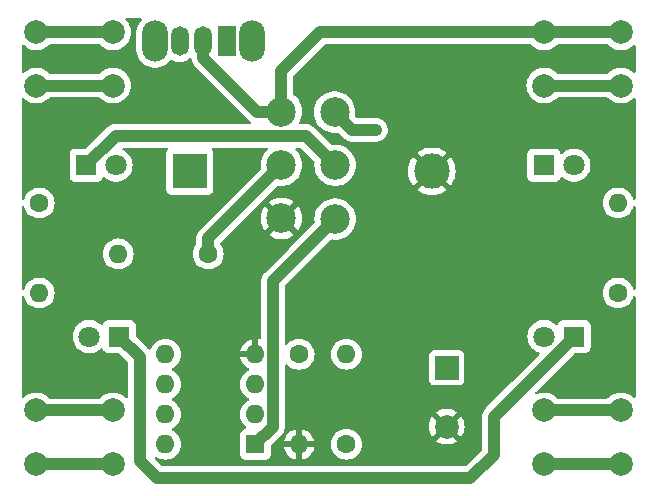
<source format=gbl>
G04 #@! TF.GenerationSoftware,KiCad,Pcbnew,8.0.2*
G04 #@! TF.CreationDate,2024-05-03T14:22:56+02:00*
G04 #@! TF.ProjectId,Simon elab V2,53696d6f-6e20-4656-9c61-622056322e6b,rev?*
G04 #@! TF.SameCoordinates,Original*
G04 #@! TF.FileFunction,Copper,L2,Bot*
G04 #@! TF.FilePolarity,Positive*
%FSLAX46Y46*%
G04 Gerber Fmt 4.6, Leading zero omitted, Abs format (unit mm)*
G04 Created by KiCad (PCBNEW 8.0.2) date 2024-05-03 14:22:56*
%MOMM*%
%LPD*%
G01*
G04 APERTURE LIST*
G04 #@! TA.AperFunction,ComponentPad*
%ADD10C,2.000000*%
G04 #@! TD*
G04 #@! TA.AperFunction,ComponentPad*
%ADD11C,1.600000*%
G04 #@! TD*
G04 #@! TA.AperFunction,ComponentPad*
%ADD12O,1.600000X1.600000*%
G04 #@! TD*
G04 #@! TA.AperFunction,ComponentPad*
%ADD13R,1.600000X1.600000*%
G04 #@! TD*
G04 #@! TA.AperFunction,ComponentPad*
%ADD14R,1.800000X1.800000*%
G04 #@! TD*
G04 #@! TA.AperFunction,ComponentPad*
%ADD15C,1.800000*%
G04 #@! TD*
G04 #@! TA.AperFunction,ComponentPad*
%ADD16R,3.000000X3.000000*%
G04 #@! TD*
G04 #@! TA.AperFunction,ComponentPad*
%ADD17C,3.000000*%
G04 #@! TD*
G04 #@! TA.AperFunction,ComponentPad*
%ADD18O,2.200000X3.500000*%
G04 #@! TD*
G04 #@! TA.AperFunction,ComponentPad*
%ADD19R,1.500000X2.500000*%
G04 #@! TD*
G04 #@! TA.AperFunction,ComponentPad*
%ADD20O,1.500000X2.500000*%
G04 #@! TD*
G04 #@! TA.AperFunction,ComponentPad*
%ADD21R,2.000000X2.000000*%
G04 #@! TD*
G04 #@! TA.AperFunction,SMDPad,CuDef*
%ADD22C,2.500000*%
G04 #@! TD*
G04 #@! TA.AperFunction,ViaPad*
%ADD23C,1.000000*%
G04 #@! TD*
G04 #@! TA.AperFunction,Conductor*
%ADD24C,1.000000*%
G04 #@! TD*
G04 APERTURE END LIST*
D10*
X144750000Y-133750000D03*
X151250000Y-133750000D03*
X144750000Y-138250000D03*
X151250000Y-138250000D03*
D11*
X116310000Y-120500000D03*
D12*
X108690000Y-120500000D03*
D13*
X120300000Y-136620000D03*
D12*
X120300000Y-134080000D03*
X120300000Y-131540000D03*
X120300000Y-129000000D03*
X112680000Y-129000000D03*
X112680000Y-131540000D03*
X112680000Y-134080000D03*
X112680000Y-136620000D03*
D11*
X128000000Y-136620000D03*
D12*
X128000000Y-129000000D03*
D14*
X108775000Y-127500000D03*
D15*
X106235000Y-127500000D03*
D10*
X144750000Y-101750000D03*
X151250000Y-101750000D03*
X144750000Y-106250000D03*
X151250000Y-106250000D03*
D14*
X144725000Y-113000000D03*
D15*
X147265000Y-113000000D03*
D10*
X101750000Y-101750000D03*
X108250000Y-101750000D03*
X101750000Y-106250000D03*
X108250000Y-106250000D03*
X101750000Y-133750000D03*
X108250000Y-133750000D03*
X101750000Y-138250000D03*
X108250000Y-138250000D03*
D14*
X147275000Y-127500000D03*
D15*
X144735000Y-127500000D03*
D11*
X151000000Y-123810000D03*
D12*
X151000000Y-116190000D03*
D16*
X114750000Y-113499999D03*
D17*
X135240000Y-113499999D03*
D14*
X105960000Y-113000000D03*
D15*
X108500000Y-113000000D03*
D18*
X120000000Y-102500000D03*
X111800000Y-102500000D03*
D19*
X117900000Y-102500000D03*
D20*
X115900000Y-102500000D03*
X113900000Y-102500000D03*
D11*
X102000000Y-116190000D03*
D12*
X102000000Y-123810000D03*
D11*
X124000000Y-129000000D03*
D12*
X124000000Y-136620000D03*
D21*
X136500000Y-130129215D03*
D10*
X136500000Y-135129215D03*
D22*
X122500000Y-108450000D03*
X127000000Y-108500000D03*
X122500000Y-117500000D03*
X122500000Y-113000000D03*
X127050000Y-113000000D03*
X127050000Y-117550000D03*
D23*
X130500000Y-110000000D03*
D24*
X124550000Y-110500000D02*
X108460000Y-110500000D01*
X108460000Y-110500000D02*
X105960000Y-113000000D01*
X127050000Y-113000000D02*
X124550000Y-110500000D01*
X138500000Y-139500000D02*
X112000000Y-139500000D01*
X147275000Y-127500000D02*
X140500000Y-134275000D01*
X110500000Y-138000000D02*
X110500000Y-129225000D01*
X112000000Y-139500000D02*
X110500000Y-138000000D01*
X140500000Y-137500000D02*
X138500000Y-139500000D01*
X140500000Y-134275000D02*
X140500000Y-137500000D01*
X110500000Y-129225000D02*
X108775000Y-127500000D01*
X130500000Y-110000000D02*
X128500000Y-110000000D01*
X128500000Y-110000000D02*
X127000000Y-108500000D01*
X116310000Y-119190000D02*
X116310000Y-120500000D01*
X122500000Y-113000000D02*
X116310000Y-119190000D01*
X108250000Y-138250000D02*
X101750000Y-138250000D01*
X101750000Y-106250000D02*
X108250000Y-106250000D01*
X151250000Y-138250000D02*
X144750000Y-138250000D01*
X151250000Y-106250000D02*
X144750000Y-106250000D01*
X125750000Y-101750000D02*
X144750000Y-101750000D01*
X125750000Y-101750000D02*
X122500000Y-105000000D01*
X120450000Y-108450000D02*
X122500000Y-108450000D01*
X101750000Y-133750000D02*
X108250000Y-133750000D01*
X144750000Y-133750000D02*
X151250000Y-133750000D01*
X101750000Y-101750000D02*
X108250000Y-101750000D01*
X144750000Y-101750000D02*
X151250000Y-101750000D01*
X122500000Y-105000000D02*
X122500000Y-108450000D01*
X115900000Y-103900000D02*
X120450000Y-108450000D01*
X115900000Y-102500000D02*
X115900000Y-103900000D01*
X127050000Y-117550000D02*
X121800000Y-122800000D01*
X121800000Y-122800000D02*
X121800000Y-135120000D01*
X121800000Y-135120000D02*
X120300000Y-136620000D01*
G04 #@! TA.AperFunction,Conductor*
G36*
X110653728Y-100520185D02*
G01*
X110699483Y-100572989D01*
X110709427Y-100642147D01*
X110680402Y-100705703D01*
X110674370Y-100712181D01*
X110579205Y-100807345D01*
X110579201Y-100807350D01*
X110431132Y-101011151D01*
X110316760Y-101235616D01*
X110238910Y-101475214D01*
X110199500Y-101724038D01*
X110199500Y-103275961D01*
X110238910Y-103524785D01*
X110316760Y-103764383D01*
X110431132Y-103988848D01*
X110579201Y-104192649D01*
X110579205Y-104192654D01*
X110757345Y-104370794D01*
X110757350Y-104370798D01*
X110935117Y-104499952D01*
X110961155Y-104518870D01*
X111104184Y-104591747D01*
X111185616Y-104633239D01*
X111185618Y-104633239D01*
X111185621Y-104633241D01*
X111425215Y-104711090D01*
X111674038Y-104750500D01*
X111674039Y-104750500D01*
X111925961Y-104750500D01*
X111925962Y-104750500D01*
X112174785Y-104711090D01*
X112414379Y-104633241D01*
X112638845Y-104518870D01*
X112842656Y-104370793D01*
X113020793Y-104192656D01*
X113021390Y-104191835D01*
X113084298Y-104105248D01*
X113139628Y-104062581D01*
X113209241Y-104056602D01*
X113240912Y-104067647D01*
X113244593Y-104069522D01*
X113244595Y-104069524D01*
X113314708Y-104105248D01*
X113419970Y-104158882D01*
X113419972Y-104158882D01*
X113419975Y-104158884D01*
X113520317Y-104191487D01*
X113607173Y-104219709D01*
X113801578Y-104250500D01*
X113801583Y-104250500D01*
X113998422Y-104250500D01*
X114192826Y-104219709D01*
X114380025Y-104158884D01*
X114555405Y-104069524D01*
X114711677Y-103955984D01*
X114777480Y-103932506D01*
X114845534Y-103948331D01*
X114894229Y-103998436D01*
X114906177Y-104032112D01*
X114931394Y-104158884D01*
X114937947Y-104191829D01*
X114937949Y-104191837D01*
X115013364Y-104373907D01*
X115013371Y-104373920D01*
X115122859Y-104537780D01*
X115122860Y-104537781D01*
X115122861Y-104537782D01*
X115262218Y-104677139D01*
X115262219Y-104677139D01*
X115269286Y-104684206D01*
X115269285Y-104684206D01*
X115269288Y-104684208D01*
X119672860Y-109087781D01*
X119672861Y-109087782D01*
X119749167Y-109164088D01*
X119812219Y-109227140D01*
X119812222Y-109227142D01*
X119879952Y-109272398D01*
X119924758Y-109326010D01*
X119933465Y-109395335D01*
X119903311Y-109458362D01*
X119843868Y-109495082D01*
X119811062Y-109499500D01*
X108361455Y-109499500D01*
X108264812Y-109518724D01*
X108168167Y-109537947D01*
X108168161Y-109537949D01*
X108114834Y-109560037D01*
X108114834Y-109560038D01*
X108086639Y-109571717D01*
X107986089Y-109613366D01*
X107986079Y-109613371D01*
X107822219Y-109722859D01*
X107782640Y-109762439D01*
X107682861Y-109862218D01*
X107682858Y-109862221D01*
X105981897Y-111563181D01*
X105920574Y-111596666D01*
X105894216Y-111599500D01*
X105012129Y-111599500D01*
X105012123Y-111599501D01*
X104952516Y-111605908D01*
X104817671Y-111656202D01*
X104817664Y-111656206D01*
X104702455Y-111742452D01*
X104702452Y-111742455D01*
X104616206Y-111857664D01*
X104616202Y-111857671D01*
X104565908Y-111992517D01*
X104559501Y-112052116D01*
X104559500Y-112052135D01*
X104559500Y-113947870D01*
X104559501Y-113947876D01*
X104565908Y-114007483D01*
X104616202Y-114142328D01*
X104616206Y-114142335D01*
X104702452Y-114257544D01*
X104702455Y-114257547D01*
X104817664Y-114343793D01*
X104817671Y-114343797D01*
X104952517Y-114394091D01*
X104952516Y-114394091D01*
X104959444Y-114394835D01*
X105012127Y-114400500D01*
X106907872Y-114400499D01*
X106967483Y-114394091D01*
X107102331Y-114343796D01*
X107217546Y-114257546D01*
X107303796Y-114142331D01*
X107303798Y-114142326D01*
X107332455Y-114065493D01*
X107374326Y-114009559D01*
X107439790Y-113985141D01*
X107508063Y-113999992D01*
X107539866Y-114024843D01*
X107547302Y-114032920D01*
X107548215Y-114033912D01*
X107548222Y-114033918D01*
X107731365Y-114176464D01*
X107731371Y-114176468D01*
X107731374Y-114176470D01*
X107935497Y-114286936D01*
X108049487Y-114326068D01*
X108155015Y-114362297D01*
X108155017Y-114362297D01*
X108155019Y-114362298D01*
X108383951Y-114400500D01*
X108383952Y-114400500D01*
X108616048Y-114400500D01*
X108616049Y-114400500D01*
X108844981Y-114362298D01*
X109064503Y-114286936D01*
X109268626Y-114176470D01*
X109451784Y-114033913D01*
X109608979Y-113863153D01*
X109735924Y-113668849D01*
X109829157Y-113456300D01*
X109886134Y-113231305D01*
X109886135Y-113231297D01*
X109905300Y-113000006D01*
X109905300Y-112999993D01*
X109886135Y-112768702D01*
X109886133Y-112768691D01*
X109829157Y-112543699D01*
X109735924Y-112331151D01*
X109608983Y-112136852D01*
X109608980Y-112136849D01*
X109608979Y-112136847D01*
X109451784Y-111966087D01*
X109451779Y-111966083D01*
X109451777Y-111966081D01*
X109268634Y-111823535D01*
X109268628Y-111823531D01*
X109102367Y-111733555D01*
X109052777Y-111684335D01*
X109037669Y-111616119D01*
X109061839Y-111550563D01*
X109117615Y-111508482D01*
X109161385Y-111500500D01*
X112750998Y-111500500D01*
X112818037Y-111520185D01*
X112863792Y-111572989D01*
X112873736Y-111642147D01*
X112850264Y-111698812D01*
X112806204Y-111757667D01*
X112806202Y-111757670D01*
X112755908Y-111892516D01*
X112751394Y-111934507D01*
X112749501Y-111952122D01*
X112749500Y-111952134D01*
X112749500Y-115047869D01*
X112749501Y-115047875D01*
X112755908Y-115107482D01*
X112806202Y-115242327D01*
X112806206Y-115242334D01*
X112892452Y-115357543D01*
X112892455Y-115357546D01*
X113007664Y-115443792D01*
X113007671Y-115443796D01*
X113142517Y-115494090D01*
X113142516Y-115494090D01*
X113149444Y-115494834D01*
X113202127Y-115500499D01*
X116297872Y-115500498D01*
X116357483Y-115494090D01*
X116492331Y-115443795D01*
X116607546Y-115357545D01*
X116693796Y-115242330D01*
X116744091Y-115107482D01*
X116750500Y-115047872D01*
X116750499Y-111952127D01*
X116744091Y-111892516D01*
X116718361Y-111823531D01*
X116693797Y-111757670D01*
X116693795Y-111757667D01*
X116649735Y-111698811D01*
X116625318Y-111633348D01*
X116640169Y-111565074D01*
X116689574Y-111515669D01*
X116749002Y-111500500D01*
X121226519Y-111500500D01*
X121293558Y-111520185D01*
X121339313Y-111572989D01*
X121349257Y-111642147D01*
X121320232Y-111705703D01*
X121310860Y-111715399D01*
X121213198Y-111806014D01*
X121049614Y-112011143D01*
X120918432Y-112238356D01*
X120822582Y-112482578D01*
X120822576Y-112482597D01*
X120764197Y-112738374D01*
X120764196Y-112738379D01*
X120744592Y-112999995D01*
X120744592Y-113000004D01*
X120764077Y-113260026D01*
X120749457Y-113328349D01*
X120728105Y-113356973D01*
X118198452Y-115886627D01*
X115672221Y-118412858D01*
X115672218Y-118412861D01*
X115602538Y-118482540D01*
X115532859Y-118552219D01*
X115423371Y-118716079D01*
X115423364Y-118716092D01*
X115347950Y-118898160D01*
X115347947Y-118898170D01*
X115309500Y-119091456D01*
X115309500Y-119622410D01*
X115289815Y-119689449D01*
X115287076Y-119693532D01*
X115179431Y-119847267D01*
X115083261Y-120053502D01*
X115083258Y-120053511D01*
X115024366Y-120273302D01*
X115024364Y-120273313D01*
X115004532Y-120499998D01*
X115004532Y-120500001D01*
X115024364Y-120726686D01*
X115024366Y-120726697D01*
X115083258Y-120946488D01*
X115083261Y-120946497D01*
X115179431Y-121152732D01*
X115179432Y-121152734D01*
X115309954Y-121339141D01*
X115470858Y-121500045D01*
X115470861Y-121500047D01*
X115657266Y-121630568D01*
X115863504Y-121726739D01*
X116083308Y-121785635D01*
X116245230Y-121799801D01*
X116309998Y-121805468D01*
X116310000Y-121805468D01*
X116310002Y-121805468D01*
X116366673Y-121800509D01*
X116536692Y-121785635D01*
X116756496Y-121726739D01*
X116962734Y-121630568D01*
X117149139Y-121500047D01*
X117310047Y-121339139D01*
X117440568Y-121152734D01*
X117536739Y-120946496D01*
X117595635Y-120726692D01*
X117615468Y-120500000D01*
X117595635Y-120273308D01*
X117536739Y-120053504D01*
X117440568Y-119847266D01*
X117346667Y-119713160D01*
X117324340Y-119646954D01*
X117341352Y-119579187D01*
X117360558Y-119554361D01*
X118012199Y-118902720D01*
X121450830Y-118902720D01*
X121622546Y-119019793D01*
X121622550Y-119019795D01*
X121858854Y-119133594D01*
X121858858Y-119133595D01*
X122109494Y-119210907D01*
X122109500Y-119210909D01*
X122368848Y-119249999D01*
X122368857Y-119250000D01*
X122631143Y-119250000D01*
X122631151Y-119249999D01*
X122890499Y-119210909D01*
X122890505Y-119210907D01*
X123141143Y-119133595D01*
X123377445Y-119019798D01*
X123377447Y-119019797D01*
X123549168Y-118902720D01*
X122500000Y-117853553D01*
X121450830Y-118902720D01*
X118012199Y-118902720D01*
X119414924Y-117499995D01*
X120745093Y-117499995D01*
X120745093Y-117500004D01*
X120764692Y-117761545D01*
X120764693Y-117761550D01*
X120823058Y-118017270D01*
X120918883Y-118261426D01*
X120918882Y-118261426D01*
X121050027Y-118488573D01*
X121097874Y-118548571D01*
X122146447Y-117500000D01*
X122146447Y-117499999D01*
X122853553Y-117499999D01*
X122853553Y-117500000D01*
X123902125Y-118548572D01*
X123949971Y-118488573D01*
X124081116Y-118261426D01*
X124176941Y-118017270D01*
X124235306Y-117761550D01*
X124235307Y-117761545D01*
X124254907Y-117500004D01*
X124254907Y-117499995D01*
X124235307Y-117238454D01*
X124235306Y-117238449D01*
X124176941Y-116982729D01*
X124081116Y-116738573D01*
X124081117Y-116738573D01*
X123949972Y-116511426D01*
X123902124Y-116451427D01*
X122853553Y-117499999D01*
X122146447Y-117499999D01*
X121097875Y-116451427D01*
X121097874Y-116451427D01*
X121050028Y-116511425D01*
X120918883Y-116738573D01*
X120823058Y-116982729D01*
X120764693Y-117238449D01*
X120764692Y-117238454D01*
X120745093Y-117499995D01*
X119414924Y-117499995D01*
X120817641Y-116097277D01*
X121450830Y-116097277D01*
X122500000Y-117146447D01*
X122500001Y-117146447D01*
X123549168Y-116097278D01*
X123377454Y-115980206D01*
X123377445Y-115980201D01*
X123141142Y-115866404D01*
X123141144Y-115866404D01*
X122890505Y-115789092D01*
X122890499Y-115789090D01*
X122631151Y-115750000D01*
X122368848Y-115750000D01*
X122109500Y-115789090D01*
X122109494Y-115789092D01*
X121858858Y-115866404D01*
X121858854Y-115866405D01*
X121622547Y-115980205D01*
X121622539Y-115980210D01*
X121450830Y-116097277D01*
X120817641Y-116097277D01*
X122146930Y-114767988D01*
X122208251Y-114734505D01*
X122253090Y-114733056D01*
X122368818Y-114750500D01*
X122368824Y-114750500D01*
X122631182Y-114750500D01*
X122890615Y-114711396D01*
X123141323Y-114634063D01*
X123377704Y-114520228D01*
X123594479Y-114372433D01*
X123786805Y-114193981D01*
X123950386Y-113988857D01*
X124081568Y-113761643D01*
X124177420Y-113517416D01*
X124235802Y-113261630D01*
X124235922Y-113260026D01*
X124255408Y-113000004D01*
X124255408Y-112999995D01*
X124235803Y-112738379D01*
X124235802Y-112738374D01*
X124235802Y-112738370D01*
X124177420Y-112482584D01*
X124081568Y-112238357D01*
X123950386Y-112011143D01*
X123786805Y-111806019D01*
X123786804Y-111806018D01*
X123786801Y-111806014D01*
X123689140Y-111715399D01*
X123653385Y-111655371D01*
X123655760Y-111585541D01*
X123695511Y-111528081D01*
X123760016Y-111501233D01*
X123773481Y-111500500D01*
X124084218Y-111500500D01*
X124151257Y-111520185D01*
X124171899Y-111536819D01*
X125278105Y-112643025D01*
X125311590Y-112704348D01*
X125314077Y-112739972D01*
X125294592Y-112999995D01*
X125294592Y-113000004D01*
X125314196Y-113261620D01*
X125314197Y-113261625D01*
X125372576Y-113517402D01*
X125372578Y-113517411D01*
X125372580Y-113517416D01*
X125468432Y-113761643D01*
X125599614Y-113988857D01*
X125722009Y-114142335D01*
X125763198Y-114193985D01*
X125924659Y-114343797D01*
X125955521Y-114372433D01*
X126172296Y-114520228D01*
X126172301Y-114520230D01*
X126172302Y-114520231D01*
X126172303Y-114520232D01*
X126297843Y-114580688D01*
X126408673Y-114634061D01*
X126408674Y-114634061D01*
X126408677Y-114634063D01*
X126659385Y-114711396D01*
X126918818Y-114750500D01*
X127181182Y-114750500D01*
X127440615Y-114711396D01*
X127691323Y-114634063D01*
X127927704Y-114520228D01*
X128144479Y-114372433D01*
X128336805Y-114193981D01*
X128500386Y-113988857D01*
X128631568Y-113761643D01*
X128727420Y-113517416D01*
X128731396Y-113499997D01*
X133234891Y-113499997D01*
X133234891Y-113500000D01*
X133255300Y-113785361D01*
X133316109Y-114064894D01*
X133416091Y-114332957D01*
X133553191Y-114584037D01*
X133553196Y-114584045D01*
X133659882Y-114726560D01*
X133659883Y-114726561D01*
X134562421Y-113824023D01*
X134575359Y-113855257D01*
X134657437Y-113978096D01*
X134761903Y-114082562D01*
X134884742Y-114164640D01*
X134915974Y-114177577D01*
X134013436Y-115080114D01*
X134155960Y-115186806D01*
X134155961Y-115186807D01*
X134407042Y-115323907D01*
X134407041Y-115323907D01*
X134675104Y-115423889D01*
X134954637Y-115484698D01*
X135239999Y-115505108D01*
X135240001Y-115505108D01*
X135525362Y-115484698D01*
X135804895Y-115423889D01*
X136072958Y-115323907D01*
X136324047Y-115186802D01*
X136466561Y-115080115D01*
X136466562Y-115080114D01*
X135564025Y-114177576D01*
X135595258Y-114164640D01*
X135718097Y-114082562D01*
X135822563Y-113978096D01*
X135904641Y-113855257D01*
X135917578Y-113824024D01*
X136820115Y-114726561D01*
X136820116Y-114726560D01*
X136926803Y-114584046D01*
X137063908Y-114332957D01*
X137163890Y-114064894D01*
X137224699Y-113785361D01*
X137245109Y-113500000D01*
X137245109Y-113499997D01*
X137224699Y-113214636D01*
X137163890Y-112935103D01*
X137063908Y-112667040D01*
X136926808Y-112415960D01*
X136926807Y-112415959D01*
X136820115Y-112273435D01*
X135917577Y-113175972D01*
X135904641Y-113144741D01*
X135822563Y-113021902D01*
X135718097Y-112917436D01*
X135595258Y-112835358D01*
X135564024Y-112822420D01*
X136334309Y-112052135D01*
X143324500Y-112052135D01*
X143324500Y-113947870D01*
X143324501Y-113947876D01*
X143330908Y-114007483D01*
X143381202Y-114142328D01*
X143381206Y-114142335D01*
X143467452Y-114257544D01*
X143467455Y-114257547D01*
X143582664Y-114343793D01*
X143582671Y-114343797D01*
X143717517Y-114394091D01*
X143717516Y-114394091D01*
X143724444Y-114394835D01*
X143777127Y-114400500D01*
X145672872Y-114400499D01*
X145732483Y-114394091D01*
X145867331Y-114343796D01*
X145982546Y-114257546D01*
X146068796Y-114142331D01*
X146068798Y-114142326D01*
X146097455Y-114065493D01*
X146139326Y-114009559D01*
X146204790Y-113985141D01*
X146273063Y-113999992D01*
X146304866Y-114024843D01*
X146312302Y-114032920D01*
X146313215Y-114033912D01*
X146313222Y-114033918D01*
X146496365Y-114176464D01*
X146496371Y-114176468D01*
X146496374Y-114176470D01*
X146700497Y-114286936D01*
X146814487Y-114326068D01*
X146920015Y-114362297D01*
X146920017Y-114362297D01*
X146920019Y-114362298D01*
X147148951Y-114400500D01*
X147148952Y-114400500D01*
X147381048Y-114400500D01*
X147381049Y-114400500D01*
X147609981Y-114362298D01*
X147829503Y-114286936D01*
X148033626Y-114176470D01*
X148216784Y-114033913D01*
X148373979Y-113863153D01*
X148500924Y-113668849D01*
X148594157Y-113456300D01*
X148651134Y-113231305D01*
X148651135Y-113231297D01*
X148670300Y-113000006D01*
X148670300Y-112999993D01*
X148651135Y-112768702D01*
X148651133Y-112768691D01*
X148594157Y-112543699D01*
X148500924Y-112331151D01*
X148373983Y-112136852D01*
X148373980Y-112136849D01*
X148373979Y-112136847D01*
X148216784Y-111966087D01*
X148216779Y-111966083D01*
X148216777Y-111966081D01*
X148033634Y-111823535D01*
X148033628Y-111823531D01*
X147829504Y-111713064D01*
X147829495Y-111713061D01*
X147609984Y-111637702D01*
X147419450Y-111605908D01*
X147381049Y-111599500D01*
X147148951Y-111599500D01*
X147110550Y-111605908D01*
X146920015Y-111637702D01*
X146700504Y-111713061D01*
X146700495Y-111713064D01*
X146496371Y-111823531D01*
X146496365Y-111823535D01*
X146313222Y-111966081D01*
X146313218Y-111966085D01*
X146304866Y-111975158D01*
X146244979Y-112011148D01*
X146175141Y-112009047D01*
X146117525Y-111969522D01*
X146097455Y-111934507D01*
X146068797Y-111857671D01*
X146068793Y-111857664D01*
X145982547Y-111742455D01*
X145982544Y-111742452D01*
X145867335Y-111656206D01*
X145867328Y-111656202D01*
X145732482Y-111605908D01*
X145732483Y-111605908D01*
X145672883Y-111599501D01*
X145672881Y-111599500D01*
X145672873Y-111599500D01*
X145672864Y-111599500D01*
X143777129Y-111599500D01*
X143777123Y-111599501D01*
X143717516Y-111605908D01*
X143582671Y-111656202D01*
X143582664Y-111656206D01*
X143467455Y-111742452D01*
X143467452Y-111742455D01*
X143381206Y-111857664D01*
X143381202Y-111857671D01*
X143330908Y-111992517D01*
X143324501Y-112052116D01*
X143324500Y-112052135D01*
X136334309Y-112052135D01*
X136466562Y-111919882D01*
X136466561Y-111919881D01*
X136324046Y-111813195D01*
X136324038Y-111813190D01*
X136072957Y-111676090D01*
X136072958Y-111676090D01*
X135804895Y-111576108D01*
X135525362Y-111515299D01*
X135240001Y-111494890D01*
X135239999Y-111494890D01*
X134954637Y-111515299D01*
X134675104Y-111576108D01*
X134407041Y-111676090D01*
X134155961Y-111813190D01*
X134155953Y-111813195D01*
X134013437Y-111919881D01*
X134013436Y-111919882D01*
X134915975Y-112822420D01*
X134884742Y-112835358D01*
X134761903Y-112917436D01*
X134657437Y-113021902D01*
X134575359Y-113144741D01*
X134562421Y-113175973D01*
X133659883Y-112273435D01*
X133659882Y-112273436D01*
X133553196Y-112415952D01*
X133553191Y-112415960D01*
X133416091Y-112667040D01*
X133316109Y-112935103D01*
X133255300Y-113214636D01*
X133234891Y-113499997D01*
X128731396Y-113499997D01*
X128785802Y-113261630D01*
X128785922Y-113260026D01*
X128805408Y-113000004D01*
X128805408Y-112999995D01*
X128785803Y-112738379D01*
X128785802Y-112738374D01*
X128785802Y-112738370D01*
X128727420Y-112482584D01*
X128631568Y-112238357D01*
X128500386Y-112011143D01*
X128336805Y-111806019D01*
X128336804Y-111806018D01*
X128336801Y-111806014D01*
X128144479Y-111627567D01*
X128127688Y-111616119D01*
X127927704Y-111479772D01*
X127927700Y-111479770D01*
X127927697Y-111479768D01*
X127927696Y-111479767D01*
X127691325Y-111365938D01*
X127691327Y-111365938D01*
X127440623Y-111288606D01*
X127440619Y-111288605D01*
X127440615Y-111288604D01*
X127315823Y-111269794D01*
X127181187Y-111249500D01*
X127181182Y-111249500D01*
X126918818Y-111249500D01*
X126918812Y-111249500D01*
X126803092Y-111266943D01*
X126733867Y-111257470D01*
X126696929Y-111232009D01*
X125331479Y-109866559D01*
X125331459Y-109866537D01*
X125187785Y-109722863D01*
X125187781Y-109722860D01*
X125023920Y-109613371D01*
X125023911Y-109613366D01*
X124951315Y-109583296D01*
X124895165Y-109560038D01*
X124841836Y-109537949D01*
X124841832Y-109537948D01*
X124841828Y-109537946D01*
X124745188Y-109518724D01*
X124648544Y-109499500D01*
X124648541Y-109499500D01*
X124130148Y-109499500D01*
X124063109Y-109479815D01*
X124017354Y-109427011D01*
X124007410Y-109357853D01*
X124022761Y-109313500D01*
X124046491Y-109272398D01*
X124081568Y-109211643D01*
X124177420Y-108967416D01*
X124235802Y-108711630D01*
X124251661Y-108500000D01*
X124251661Y-108499995D01*
X125244592Y-108499995D01*
X125244592Y-108500004D01*
X125264196Y-108761620D01*
X125264197Y-108761625D01*
X125322576Y-109017402D01*
X125322578Y-109017411D01*
X125322580Y-109017416D01*
X125418432Y-109261643D01*
X125549614Y-109488857D01*
X125681736Y-109654533D01*
X125713198Y-109693985D01*
X125780682Y-109756600D01*
X125905521Y-109872433D01*
X126122296Y-110020228D01*
X126122301Y-110020230D01*
X126122302Y-110020231D01*
X126122303Y-110020232D01*
X126247843Y-110080688D01*
X126358673Y-110134061D01*
X126358674Y-110134061D01*
X126358677Y-110134063D01*
X126609385Y-110211396D01*
X126868818Y-110250500D01*
X127131176Y-110250500D01*
X127131182Y-110250500D01*
X127246907Y-110233056D01*
X127316130Y-110242529D01*
X127353069Y-110267990D01*
X127518997Y-110433918D01*
X127722860Y-110637781D01*
X127722861Y-110637782D01*
X127795961Y-110710882D01*
X127862219Y-110777140D01*
X128026079Y-110886628D01*
X128026086Y-110886632D01*
X128127923Y-110928814D01*
X128208164Y-110962051D01*
X128401454Y-111000499D01*
X128401457Y-111000500D01*
X128401459Y-111000500D01*
X128598540Y-111000500D01*
X130444756Y-111000500D01*
X130456909Y-111001096D01*
X130500000Y-111005341D01*
X130543090Y-111001096D01*
X130555244Y-111000500D01*
X130598542Y-111000500D01*
X130614454Y-110997334D01*
X130641005Y-110992053D01*
X130653037Y-110990268D01*
X130696132Y-110986024D01*
X130737580Y-110973450D01*
X130749353Y-110970500D01*
X130791835Y-110962051D01*
X130831847Y-110945476D01*
X130843280Y-110941386D01*
X130884727Y-110928814D01*
X130922918Y-110908399D01*
X130933906Y-110903202D01*
X130973914Y-110886632D01*
X131009938Y-110862560D01*
X131020351Y-110856320D01*
X131046591Y-110842295D01*
X131058535Y-110835912D01*
X131058539Y-110835909D01*
X131092005Y-110808444D01*
X131101782Y-110801193D01*
X131137781Y-110777140D01*
X131137783Y-110777138D01*
X131137783Y-110777137D01*
X131168408Y-110746512D01*
X131177402Y-110738359D01*
X131210883Y-110710883D01*
X131238359Y-110677402D01*
X131246512Y-110668408D01*
X131277139Y-110637782D01*
X131301193Y-110601781D01*
X131308444Y-110592005D01*
X131335909Y-110558539D01*
X131335912Y-110558535D01*
X131342295Y-110546591D01*
X131356320Y-110520351D01*
X131362560Y-110509938D01*
X131386632Y-110473914D01*
X131403202Y-110433906D01*
X131408399Y-110422918D01*
X131428814Y-110384727D01*
X131441386Y-110343280D01*
X131445476Y-110331847D01*
X131462051Y-110291835D01*
X131470500Y-110249353D01*
X131473450Y-110237580D01*
X131486024Y-110196132D01*
X131490268Y-110153037D01*
X131492054Y-110140999D01*
X131500500Y-110098541D01*
X131500500Y-110055244D01*
X131501097Y-110043090D01*
X131503348Y-110020231D01*
X131505341Y-110000000D01*
X131501097Y-109956907D01*
X131500500Y-109944754D01*
X131500500Y-109901458D01*
X131493558Y-109866559D01*
X131492052Y-109858990D01*
X131490268Y-109846961D01*
X131486024Y-109803869D01*
X131486024Y-109803868D01*
X131473448Y-109762414D01*
X131470499Y-109750640D01*
X131462051Y-109708165D01*
X131445480Y-109668160D01*
X131441382Y-109656706D01*
X131428814Y-109615273D01*
X131408404Y-109577091D01*
X131403201Y-109566090D01*
X131400695Y-109560039D01*
X131386632Y-109526086D01*
X131362572Y-109490078D01*
X131356316Y-109479640D01*
X131335911Y-109441464D01*
X131335910Y-109441462D01*
X131308438Y-109407988D01*
X131301194Y-109398219D01*
X131277140Y-109362219D01*
X131277136Y-109362214D01*
X131246520Y-109331599D01*
X131238346Y-109322581D01*
X131210884Y-109289118D01*
X131177416Y-109261651D01*
X131168401Y-109253479D01*
X131137787Y-109222865D01*
X131137783Y-109222862D01*
X131101772Y-109198799D01*
X131092002Y-109191552D01*
X131058543Y-109164094D01*
X131058535Y-109164088D01*
X131041436Y-109154948D01*
X131020350Y-109143678D01*
X131009918Y-109137425D01*
X130973918Y-109113370D01*
X130973914Y-109113368D01*
X130933915Y-109096800D01*
X130922913Y-109091597D01*
X130884729Y-109071187D01*
X130884728Y-109071186D01*
X130884727Y-109071186D01*
X130843277Y-109058612D01*
X130831834Y-109054517D01*
X130791834Y-109037948D01*
X130791827Y-109037946D01*
X130749378Y-109029503D01*
X130737575Y-109026547D01*
X130696134Y-109013976D01*
X130696130Y-109013975D01*
X130653035Y-109009730D01*
X130641006Y-109007945D01*
X130598544Y-108999500D01*
X130598541Y-108999500D01*
X130555244Y-108999500D01*
X130543090Y-108998903D01*
X130500000Y-108994659D01*
X130456910Y-108998903D01*
X130444756Y-108999500D01*
X128965783Y-108999500D01*
X128898744Y-108979815D01*
X128878102Y-108963181D01*
X128771894Y-108856973D01*
X128738409Y-108795650D01*
X128735922Y-108760025D01*
X128739550Y-108711620D01*
X128755408Y-108500000D01*
X128751661Y-108450004D01*
X128735803Y-108238379D01*
X128735802Y-108238374D01*
X128735802Y-108238370D01*
X128677420Y-107982584D01*
X128581568Y-107738357D01*
X128450386Y-107511143D01*
X128286805Y-107306019D01*
X128286804Y-107306018D01*
X128286801Y-107306014D01*
X128094479Y-107127567D01*
X128026034Y-107080902D01*
X127877704Y-106979772D01*
X127877700Y-106979770D01*
X127877697Y-106979768D01*
X127877696Y-106979767D01*
X127641325Y-106865938D01*
X127641327Y-106865938D01*
X127390623Y-106788606D01*
X127390619Y-106788605D01*
X127390615Y-106788604D01*
X127265823Y-106769794D01*
X127131187Y-106749500D01*
X127131182Y-106749500D01*
X126868818Y-106749500D01*
X126868812Y-106749500D01*
X126707247Y-106773853D01*
X126609385Y-106788604D01*
X126609382Y-106788605D01*
X126609376Y-106788606D01*
X126358673Y-106865938D01*
X126122303Y-106979767D01*
X126122302Y-106979768D01*
X125905520Y-107127567D01*
X125713198Y-107306014D01*
X125549614Y-107511143D01*
X125418432Y-107738356D01*
X125322582Y-107982578D01*
X125322576Y-107982597D01*
X125264197Y-108238374D01*
X125264196Y-108238379D01*
X125244592Y-108499995D01*
X124251661Y-108499995D01*
X124255408Y-108450004D01*
X124255408Y-108449995D01*
X124235803Y-108188379D01*
X124235802Y-108188374D01*
X124235802Y-108188370D01*
X124177420Y-107932584D01*
X124081568Y-107688357D01*
X123950386Y-107461143D01*
X123786805Y-107256019D01*
X123786804Y-107256018D01*
X123786801Y-107256014D01*
X123648366Y-107127567D01*
X123594479Y-107077567D01*
X123593064Y-107076602D01*
X123554646Y-107050408D01*
X123510345Y-106996378D01*
X123500500Y-106947956D01*
X123500500Y-105465782D01*
X123520185Y-105398743D01*
X123536819Y-105378101D01*
X126128101Y-102786819D01*
X126189424Y-102753334D01*
X126215782Y-102750500D01*
X143577145Y-102750500D01*
X143644184Y-102770185D01*
X143668374Y-102790517D01*
X143715730Y-102841959D01*
X143730256Y-102857738D01*
X143926491Y-103010474D01*
X144145190Y-103128828D01*
X144380386Y-103209571D01*
X144625665Y-103250500D01*
X144874335Y-103250500D01*
X145119614Y-103209571D01*
X145354810Y-103128828D01*
X145573509Y-103010474D01*
X145769744Y-102857738D01*
X145810794Y-102813146D01*
X145831626Y-102790517D01*
X145891513Y-102754526D01*
X145922855Y-102750500D01*
X150077145Y-102750500D01*
X150144184Y-102770185D01*
X150168374Y-102790517D01*
X150215730Y-102841959D01*
X150230256Y-102857738D01*
X150426491Y-103010474D01*
X150645190Y-103128828D01*
X150880386Y-103209571D01*
X151125665Y-103250500D01*
X151374335Y-103250500D01*
X151619614Y-103209571D01*
X151854810Y-103128828D01*
X152073509Y-103010474D01*
X152269744Y-102857738D01*
X152284270Y-102841958D01*
X152344155Y-102805967D01*
X152413993Y-102808066D01*
X152471610Y-102847589D01*
X152498713Y-102911988D01*
X152499500Y-102925940D01*
X152499500Y-105074059D01*
X152479815Y-105141098D01*
X152427011Y-105186853D01*
X152357853Y-105196797D01*
X152294297Y-105167772D01*
X152284271Y-105158042D01*
X152269747Y-105142265D01*
X152269744Y-105142262D01*
X152268248Y-105141098D01*
X152073509Y-104989526D01*
X152073507Y-104989525D01*
X152073506Y-104989524D01*
X151854811Y-104871172D01*
X151854802Y-104871169D01*
X151619616Y-104790429D01*
X151374335Y-104749500D01*
X151125665Y-104749500D01*
X150880383Y-104790429D01*
X150645197Y-104871169D01*
X150645188Y-104871172D01*
X150426493Y-104989524D01*
X150230255Y-105142262D01*
X150230252Y-105142265D01*
X150168374Y-105209483D01*
X150108487Y-105245474D01*
X150077145Y-105249500D01*
X145922855Y-105249500D01*
X145855816Y-105229815D01*
X145831626Y-105209483D01*
X145769747Y-105142265D01*
X145769744Y-105142262D01*
X145768248Y-105141098D01*
X145573509Y-104989526D01*
X145573507Y-104989525D01*
X145573506Y-104989524D01*
X145354811Y-104871172D01*
X145354802Y-104871169D01*
X145119616Y-104790429D01*
X144874335Y-104749500D01*
X144625665Y-104749500D01*
X144380383Y-104790429D01*
X144145197Y-104871169D01*
X144145188Y-104871172D01*
X143926493Y-104989524D01*
X143730257Y-105142261D01*
X143561833Y-105325217D01*
X143425826Y-105533393D01*
X143325936Y-105761118D01*
X143264892Y-106002175D01*
X143264890Y-106002187D01*
X143244357Y-106249994D01*
X143244357Y-106250005D01*
X143264890Y-106497812D01*
X143264892Y-106497824D01*
X143325936Y-106738881D01*
X143425826Y-106966606D01*
X143561833Y-107174782D01*
X143561836Y-107174785D01*
X143730256Y-107357738D01*
X143926491Y-107510474D01*
X144145190Y-107628828D01*
X144380386Y-107709571D01*
X144625665Y-107750500D01*
X144874335Y-107750500D01*
X145119614Y-107709571D01*
X145354810Y-107628828D01*
X145573509Y-107510474D01*
X145769744Y-107357738D01*
X145810794Y-107313146D01*
X145831626Y-107290517D01*
X145891513Y-107254526D01*
X145922855Y-107250500D01*
X150077145Y-107250500D01*
X150144184Y-107270185D01*
X150168374Y-107290517D01*
X150215730Y-107341959D01*
X150230256Y-107357738D01*
X150426491Y-107510474D01*
X150645190Y-107628828D01*
X150880386Y-107709571D01*
X151125665Y-107750500D01*
X151374335Y-107750500D01*
X151619614Y-107709571D01*
X151854810Y-107628828D01*
X152073509Y-107510474D01*
X152269744Y-107357738D01*
X152284270Y-107341958D01*
X152344155Y-107305967D01*
X152413993Y-107308066D01*
X152471610Y-107347589D01*
X152498713Y-107411988D01*
X152499500Y-107425940D01*
X152499500Y-115819588D01*
X152479815Y-115886627D01*
X152427011Y-115932382D01*
X152357853Y-115942326D01*
X152294297Y-115913301D01*
X152256523Y-115854523D01*
X152255725Y-115851681D01*
X152226741Y-115743511D01*
X152226738Y-115743502D01*
X152130568Y-115537267D01*
X152130567Y-115537265D01*
X152104823Y-115500499D01*
X152000047Y-115350861D01*
X152000045Y-115350858D01*
X151839141Y-115189954D01*
X151652734Y-115059432D01*
X151652732Y-115059431D01*
X151446497Y-114963261D01*
X151446488Y-114963258D01*
X151226697Y-114904366D01*
X151226693Y-114904365D01*
X151226692Y-114904365D01*
X151226691Y-114904364D01*
X151226686Y-114904364D01*
X151000002Y-114884532D01*
X150999998Y-114884532D01*
X150773313Y-114904364D01*
X150773302Y-114904366D01*
X150553511Y-114963258D01*
X150553502Y-114963261D01*
X150347267Y-115059431D01*
X150347265Y-115059432D01*
X150160858Y-115189954D01*
X149999954Y-115350858D01*
X149869432Y-115537265D01*
X149869431Y-115537267D01*
X149773261Y-115743502D01*
X149773258Y-115743511D01*
X149714366Y-115963302D01*
X149714364Y-115963313D01*
X149694532Y-116189998D01*
X149694532Y-116190001D01*
X149714364Y-116416686D01*
X149714366Y-116416697D01*
X149773258Y-116636488D01*
X149773261Y-116636497D01*
X149869431Y-116842732D01*
X149869432Y-116842734D01*
X149999954Y-117029141D01*
X150160858Y-117190045D01*
X150160861Y-117190047D01*
X150347266Y-117320568D01*
X150553504Y-117416739D01*
X150773308Y-117475635D01*
X150935230Y-117489801D01*
X150999998Y-117495468D01*
X151000000Y-117495468D01*
X151000002Y-117495468D01*
X151056673Y-117490509D01*
X151226692Y-117475635D01*
X151446496Y-117416739D01*
X151652734Y-117320568D01*
X151839139Y-117190047D01*
X152000047Y-117029139D01*
X152130568Y-116842734D01*
X152226739Y-116636496D01*
X152255725Y-116528317D01*
X152292090Y-116468657D01*
X152354936Y-116438128D01*
X152424312Y-116446422D01*
X152478190Y-116490908D01*
X152499465Y-116557459D01*
X152499500Y-116560411D01*
X152499500Y-123439588D01*
X152479815Y-123506627D01*
X152427011Y-123552382D01*
X152357853Y-123562326D01*
X152294297Y-123533301D01*
X152256523Y-123474523D01*
X152255725Y-123471681D01*
X152226741Y-123363511D01*
X152226738Y-123363502D01*
X152130568Y-123157266D01*
X152000047Y-122970861D01*
X152000045Y-122970858D01*
X151839141Y-122809954D01*
X151652734Y-122679432D01*
X151652732Y-122679431D01*
X151446497Y-122583261D01*
X151446488Y-122583258D01*
X151226697Y-122524366D01*
X151226693Y-122524365D01*
X151226692Y-122524365D01*
X151226691Y-122524364D01*
X151226686Y-122524364D01*
X151000002Y-122504532D01*
X150999998Y-122504532D01*
X150773313Y-122524364D01*
X150773302Y-122524366D01*
X150553511Y-122583258D01*
X150553502Y-122583261D01*
X150347267Y-122679431D01*
X150347265Y-122679432D01*
X150160858Y-122809954D01*
X149999954Y-122970858D01*
X149869432Y-123157265D01*
X149869431Y-123157267D01*
X149773261Y-123363502D01*
X149773258Y-123363511D01*
X149714366Y-123583302D01*
X149714364Y-123583313D01*
X149694532Y-123809998D01*
X149694532Y-123810001D01*
X149714364Y-124036686D01*
X149714366Y-124036697D01*
X149773258Y-124256488D01*
X149773261Y-124256497D01*
X149869431Y-124462732D01*
X149869432Y-124462734D01*
X149999954Y-124649141D01*
X150160858Y-124810045D01*
X150160861Y-124810047D01*
X150347266Y-124940568D01*
X150553504Y-125036739D01*
X150773308Y-125095635D01*
X150935230Y-125109801D01*
X150999998Y-125115468D01*
X151000000Y-125115468D01*
X151000002Y-125115468D01*
X151056673Y-125110509D01*
X151226692Y-125095635D01*
X151446496Y-125036739D01*
X151652734Y-124940568D01*
X151839139Y-124810047D01*
X152000047Y-124649139D01*
X152130568Y-124462734D01*
X152226739Y-124256496D01*
X152255725Y-124148317D01*
X152292090Y-124088657D01*
X152354936Y-124058128D01*
X152424312Y-124066422D01*
X152478190Y-124110908D01*
X152499465Y-124177459D01*
X152499500Y-124180411D01*
X152499500Y-132574059D01*
X152479815Y-132641098D01*
X152427011Y-132686853D01*
X152357853Y-132696797D01*
X152294297Y-132667772D01*
X152284271Y-132658042D01*
X152269747Y-132642265D01*
X152269744Y-132642262D01*
X152268248Y-132641098D01*
X152073509Y-132489526D01*
X152073507Y-132489525D01*
X152073506Y-132489524D01*
X151854811Y-132371172D01*
X151854802Y-132371169D01*
X151619616Y-132290429D01*
X151374335Y-132249500D01*
X151125665Y-132249500D01*
X150880383Y-132290429D01*
X150645197Y-132371169D01*
X150645188Y-132371172D01*
X150426493Y-132489524D01*
X150230255Y-132642262D01*
X150230252Y-132642265D01*
X150168374Y-132709483D01*
X150108487Y-132745474D01*
X150077145Y-132749500D01*
X145922855Y-132749500D01*
X145855816Y-132729815D01*
X145831626Y-132709483D01*
X145769747Y-132642265D01*
X145769744Y-132642262D01*
X145768248Y-132641098D01*
X145573509Y-132489526D01*
X145573507Y-132489525D01*
X145573506Y-132489524D01*
X145354811Y-132371172D01*
X145354802Y-132371169D01*
X145119616Y-132290429D01*
X144874335Y-132249500D01*
X144625665Y-132249500D01*
X144380383Y-132290429D01*
X144155033Y-132367792D01*
X144085234Y-132370942D01*
X144024813Y-132335856D01*
X143992952Y-132273673D01*
X143999768Y-132204137D01*
X144027087Y-132162831D01*
X147253101Y-128936817D01*
X147314424Y-128903333D01*
X147340782Y-128900499D01*
X148222871Y-128900499D01*
X148222872Y-128900499D01*
X148282483Y-128894091D01*
X148417331Y-128843796D01*
X148532546Y-128757546D01*
X148618796Y-128642331D01*
X148669091Y-128507483D01*
X148675500Y-128447873D01*
X148675499Y-127500000D01*
X148675499Y-126552129D01*
X148675498Y-126552123D01*
X148671492Y-126514858D01*
X148669091Y-126492517D01*
X148659233Y-126466087D01*
X148618797Y-126357671D01*
X148618793Y-126357664D01*
X148532547Y-126242455D01*
X148532544Y-126242452D01*
X148417335Y-126156206D01*
X148417328Y-126156202D01*
X148282482Y-126105908D01*
X148282483Y-126105908D01*
X148222883Y-126099501D01*
X148222881Y-126099500D01*
X148222873Y-126099500D01*
X148222864Y-126099500D01*
X146327129Y-126099500D01*
X146327123Y-126099501D01*
X146267516Y-126105908D01*
X146132671Y-126156202D01*
X146132664Y-126156206D01*
X146017455Y-126242452D01*
X146017452Y-126242455D01*
X145931206Y-126357664D01*
X145931203Y-126357670D01*
X145902544Y-126434508D01*
X145860672Y-126490441D01*
X145795208Y-126514858D01*
X145726935Y-126500006D01*
X145695135Y-126475158D01*
X145686784Y-126466087D01*
X145686778Y-126466082D01*
X145686777Y-126466081D01*
X145503634Y-126323535D01*
X145503628Y-126323531D01*
X145299504Y-126213064D01*
X145299495Y-126213061D01*
X145079984Y-126137702D01*
X144889450Y-126105908D01*
X144851049Y-126099500D01*
X144618951Y-126099500D01*
X144580550Y-126105908D01*
X144390015Y-126137702D01*
X144170504Y-126213061D01*
X144170495Y-126213064D01*
X143966371Y-126323531D01*
X143966365Y-126323535D01*
X143783222Y-126466081D01*
X143783219Y-126466084D01*
X143783216Y-126466086D01*
X143783216Y-126466087D01*
X143738319Y-126514858D01*
X143626016Y-126636852D01*
X143499075Y-126831151D01*
X143405842Y-127043699D01*
X143348866Y-127268691D01*
X143348864Y-127268702D01*
X143329700Y-127499993D01*
X143329700Y-127500006D01*
X143348864Y-127731297D01*
X143348866Y-127731308D01*
X143405842Y-127956300D01*
X143499075Y-128168848D01*
X143626016Y-128363147D01*
X143626019Y-128363151D01*
X143626021Y-128363153D01*
X143783216Y-128533913D01*
X143783219Y-128533915D01*
X143783222Y-128533918D01*
X143966365Y-128676464D01*
X143966371Y-128676468D01*
X143966374Y-128676470D01*
X144170497Y-128786936D01*
X144210445Y-128800650D01*
X144282359Y-128825339D01*
X144339374Y-128865725D01*
X144365505Y-128930524D01*
X144352453Y-128999164D01*
X144329777Y-129030301D01*
X142046777Y-131313302D01*
X139862221Y-133497858D01*
X139862218Y-133497861D01*
X139792538Y-133567540D01*
X139722859Y-133637219D01*
X139613371Y-133801079D01*
X139613366Y-133801089D01*
X139560038Y-133929835D01*
X139537949Y-133983161D01*
X139537947Y-133983167D01*
X139518724Y-134079812D01*
X139499500Y-134176455D01*
X139499500Y-137034218D01*
X139479815Y-137101257D01*
X139463181Y-137121899D01*
X138121899Y-138463181D01*
X138060576Y-138496666D01*
X138034218Y-138499500D01*
X112465783Y-138499500D01*
X112398744Y-138479815D01*
X112378102Y-138463181D01*
X111822707Y-137907786D01*
X111789222Y-137846463D01*
X111794206Y-137776771D01*
X111836078Y-137720838D01*
X111901542Y-137696421D01*
X111969815Y-137711273D01*
X111981507Y-137718527D01*
X112027266Y-137750568D01*
X112233504Y-137846739D01*
X112453308Y-137905635D01*
X112615230Y-137919801D01*
X112679998Y-137925468D01*
X112680000Y-137925468D01*
X112680002Y-137925468D01*
X112736807Y-137920498D01*
X112906692Y-137905635D01*
X113126496Y-137846739D01*
X113332734Y-137750568D01*
X113519139Y-137620047D01*
X113680047Y-137459139D01*
X113810568Y-137272734D01*
X113906739Y-137066496D01*
X113965635Y-136846692D01*
X113985468Y-136620000D01*
X113982694Y-136588298D01*
X113965635Y-136393313D01*
X113965635Y-136393308D01*
X113906739Y-136173504D01*
X113810568Y-135967266D01*
X113712839Y-135827693D01*
X113680045Y-135780858D01*
X113519141Y-135619954D01*
X113332734Y-135489432D01*
X113332728Y-135489429D01*
X113274882Y-135462455D01*
X113274724Y-135462381D01*
X113222285Y-135416210D01*
X113203133Y-135349017D01*
X113223348Y-135282135D01*
X113274725Y-135237618D01*
X113332734Y-135210568D01*
X113519139Y-135080047D01*
X113680047Y-134919139D01*
X113810568Y-134732734D01*
X113906739Y-134526496D01*
X113965635Y-134306692D01*
X113985468Y-134080000D01*
X113965635Y-133853308D01*
X113916553Y-133670131D01*
X113906741Y-133633511D01*
X113906738Y-133633502D01*
X113845504Y-133502187D01*
X113810568Y-133427266D01*
X113694231Y-133261118D01*
X113680045Y-133240858D01*
X113519141Y-133079954D01*
X113332734Y-132949432D01*
X113332728Y-132949429D01*
X113274725Y-132922382D01*
X113222285Y-132876210D01*
X113203133Y-132809017D01*
X113223348Y-132742135D01*
X113274725Y-132697618D01*
X113282413Y-132694033D01*
X113332734Y-132670568D01*
X113519139Y-132540047D01*
X113680047Y-132379139D01*
X113810568Y-132192734D01*
X113906739Y-131986496D01*
X113965635Y-131766692D01*
X113985468Y-131540000D01*
X113985468Y-131539998D01*
X118994532Y-131539998D01*
X118994532Y-131540001D01*
X119014364Y-131766686D01*
X119014366Y-131766697D01*
X119073258Y-131986488D01*
X119073261Y-131986497D01*
X119169431Y-132192732D01*
X119169432Y-132192734D01*
X119299954Y-132379141D01*
X119460858Y-132540045D01*
X119460861Y-132540047D01*
X119647266Y-132670568D01*
X119697587Y-132694033D01*
X119705275Y-132697618D01*
X119757714Y-132743791D01*
X119776866Y-132810984D01*
X119756650Y-132877865D01*
X119705275Y-132922382D01*
X119647267Y-132949431D01*
X119647265Y-132949432D01*
X119460858Y-133079954D01*
X119299954Y-133240858D01*
X119169432Y-133427265D01*
X119169431Y-133427267D01*
X119073261Y-133633502D01*
X119073258Y-133633511D01*
X119014366Y-133853302D01*
X119014364Y-133853313D01*
X118994532Y-134079998D01*
X118994532Y-134080001D01*
X119014364Y-134306686D01*
X119014366Y-134306697D01*
X119073258Y-134526488D01*
X119073261Y-134526497D01*
X119169431Y-134732732D01*
X119169432Y-134732734D01*
X119299954Y-134919141D01*
X119460858Y-135080045D01*
X119485462Y-135097273D01*
X119529087Y-135151849D01*
X119536281Y-135221348D01*
X119504758Y-135283703D01*
X119444529Y-135319117D01*
X119427593Y-135322138D01*
X119392516Y-135325908D01*
X119257671Y-135376202D01*
X119257664Y-135376206D01*
X119142455Y-135462452D01*
X119142452Y-135462455D01*
X119056206Y-135577664D01*
X119056202Y-135577671D01*
X119005908Y-135712517D01*
X118999501Y-135772116D01*
X118999500Y-135772135D01*
X118999500Y-137467870D01*
X118999501Y-137467876D01*
X119005908Y-137527483D01*
X119056202Y-137662328D01*
X119056206Y-137662335D01*
X119142452Y-137777544D01*
X119142455Y-137777547D01*
X119257664Y-137863793D01*
X119257671Y-137863797D01*
X119392517Y-137914091D01*
X119392516Y-137914091D01*
X119399444Y-137914835D01*
X119452127Y-137920500D01*
X121147872Y-137920499D01*
X121207483Y-137914091D01*
X121342331Y-137863796D01*
X121457546Y-137777546D01*
X121543796Y-137662331D01*
X121594091Y-137527483D01*
X121600500Y-137467873D01*
X121600499Y-136785781D01*
X121620183Y-136718743D01*
X121636818Y-136698101D01*
X121869314Y-136465606D01*
X121964921Y-136369999D01*
X122721127Y-136369999D01*
X122721128Y-136370000D01*
X123684314Y-136370000D01*
X123679920Y-136374394D01*
X123627259Y-136465606D01*
X123600000Y-136567339D01*
X123600000Y-136672661D01*
X123627259Y-136774394D01*
X123679920Y-136865606D01*
X123684314Y-136870000D01*
X122721128Y-136870000D01*
X122773730Y-137066317D01*
X122773734Y-137066326D01*
X122869865Y-137272482D01*
X123000342Y-137458820D01*
X123161179Y-137619657D01*
X123347517Y-137750134D01*
X123553673Y-137846265D01*
X123553682Y-137846269D01*
X123749999Y-137898872D01*
X123750000Y-137898871D01*
X123750000Y-136935686D01*
X123754394Y-136940080D01*
X123845606Y-136992741D01*
X123947339Y-137020000D01*
X124052661Y-137020000D01*
X124154394Y-136992741D01*
X124245606Y-136940080D01*
X124250000Y-136935686D01*
X124250000Y-137898872D01*
X124446317Y-137846269D01*
X124446326Y-137846265D01*
X124652482Y-137750134D01*
X124838820Y-137619657D01*
X124999657Y-137458820D01*
X125130134Y-137272482D01*
X125226265Y-137066326D01*
X125226269Y-137066317D01*
X125278872Y-136870000D01*
X124315686Y-136870000D01*
X124320080Y-136865606D01*
X124372741Y-136774394D01*
X124400000Y-136672661D01*
X124400000Y-136619998D01*
X126694532Y-136619998D01*
X126694532Y-136620001D01*
X126714364Y-136846686D01*
X126714366Y-136846697D01*
X126773258Y-137066488D01*
X126773261Y-137066497D01*
X126869431Y-137272732D01*
X126869432Y-137272734D01*
X126999954Y-137459141D01*
X127160858Y-137620045D01*
X127160861Y-137620047D01*
X127347266Y-137750568D01*
X127553504Y-137846739D01*
X127773308Y-137905635D01*
X127935230Y-137919801D01*
X127999998Y-137925468D01*
X128000000Y-137925468D01*
X128000002Y-137925468D01*
X128056807Y-137920498D01*
X128226692Y-137905635D01*
X128446496Y-137846739D01*
X128652734Y-137750568D01*
X128839139Y-137620047D01*
X129000047Y-137459139D01*
X129130568Y-137272734D01*
X129226739Y-137066496D01*
X129285635Y-136846692D01*
X129305468Y-136620000D01*
X129302694Y-136588298D01*
X129285635Y-136393313D01*
X129285635Y-136393308D01*
X129226739Y-136173504D01*
X129130568Y-135967266D01*
X129032839Y-135827693D01*
X129000045Y-135780858D01*
X128839141Y-135619954D01*
X128652734Y-135489432D01*
X128652732Y-135489431D01*
X128446497Y-135393261D01*
X128446488Y-135393258D01*
X128226697Y-135334366D01*
X128226693Y-135334365D01*
X128226692Y-135334365D01*
X128226691Y-135334364D01*
X128226686Y-135334364D01*
X128000002Y-135314532D01*
X127999998Y-135314532D01*
X127773313Y-135334364D01*
X127773302Y-135334366D01*
X127553511Y-135393258D01*
X127553502Y-135393261D01*
X127347267Y-135489431D01*
X127347265Y-135489432D01*
X127160858Y-135619954D01*
X126999954Y-135780858D01*
X126869432Y-135967265D01*
X126869431Y-135967267D01*
X126773261Y-136173502D01*
X126773258Y-136173511D01*
X126714366Y-136393302D01*
X126714364Y-136393313D01*
X126694532Y-136619998D01*
X124400000Y-136619998D01*
X124400000Y-136567339D01*
X124372741Y-136465606D01*
X124320080Y-136374394D01*
X124315686Y-136370000D01*
X125278872Y-136370000D01*
X125278872Y-136369999D01*
X125226269Y-136173682D01*
X125226265Y-136173673D01*
X125130134Y-135967517D01*
X124999657Y-135781179D01*
X124838820Y-135620342D01*
X124652482Y-135489865D01*
X124446328Y-135393734D01*
X124250000Y-135341127D01*
X124250000Y-136304314D01*
X124245606Y-136299920D01*
X124154394Y-136247259D01*
X124052661Y-136220000D01*
X123947339Y-136220000D01*
X123845606Y-136247259D01*
X123754394Y-136299920D01*
X123750000Y-136304314D01*
X123750000Y-135341127D01*
X123553671Y-135393734D01*
X123347517Y-135489865D01*
X123161179Y-135620342D01*
X123000342Y-135781179D01*
X122869865Y-135967517D01*
X122773734Y-136173673D01*
X122773730Y-136173682D01*
X122721127Y-136369999D01*
X121964921Y-136369999D01*
X122577139Y-135757782D01*
X122614129Y-135702421D01*
X122686631Y-135593916D01*
X122686636Y-135593906D01*
X122741114Y-135462382D01*
X122762051Y-135411835D01*
X122787521Y-135283791D01*
X122800500Y-135218543D01*
X122800500Y-135129209D01*
X134994859Y-135129209D01*
X134994859Y-135129220D01*
X135015385Y-135376944D01*
X135015387Y-135376953D01*
X135076412Y-135617932D01*
X135176266Y-135845579D01*
X135276564Y-135999097D01*
X136017037Y-135258624D01*
X136034075Y-135322208D01*
X136099901Y-135436222D01*
X136192993Y-135529314D01*
X136307007Y-135595140D01*
X136370590Y-135612177D01*
X135629942Y-136352824D01*
X135676768Y-136389270D01*
X135676770Y-136389271D01*
X135895385Y-136507579D01*
X135895396Y-136507584D01*
X136130506Y-136588298D01*
X136375707Y-136629215D01*
X136624293Y-136629215D01*
X136869493Y-136588298D01*
X137104603Y-136507584D01*
X137104614Y-136507579D01*
X137323228Y-136389272D01*
X137323231Y-136389270D01*
X137370056Y-136352824D01*
X136629409Y-135612177D01*
X136692993Y-135595140D01*
X136807007Y-135529314D01*
X136900099Y-135436222D01*
X136965925Y-135322208D01*
X136982962Y-135258625D01*
X137723434Y-135999097D01*
X137823731Y-135845584D01*
X137923587Y-135617932D01*
X137984612Y-135376953D01*
X137984614Y-135376944D01*
X138005141Y-135129220D01*
X138005141Y-135129209D01*
X137984614Y-134881485D01*
X137984612Y-134881476D01*
X137923587Y-134640497D01*
X137823731Y-134412845D01*
X137723434Y-134259331D01*
X136982962Y-134999804D01*
X136965925Y-134936222D01*
X136900099Y-134822208D01*
X136807007Y-134729116D01*
X136692993Y-134663290D01*
X136629410Y-134646252D01*
X137370057Y-133905605D01*
X137370056Y-133905604D01*
X137323229Y-133869158D01*
X137104614Y-133750850D01*
X137104603Y-133750845D01*
X136869493Y-133670131D01*
X136624293Y-133629215D01*
X136375707Y-133629215D01*
X136130506Y-133670131D01*
X135895396Y-133750845D01*
X135895390Y-133750847D01*
X135676761Y-133869164D01*
X135629942Y-133905603D01*
X135629942Y-133905605D01*
X136370590Y-134646252D01*
X136307007Y-134663290D01*
X136192993Y-134729116D01*
X136099901Y-134822208D01*
X136034075Y-134936222D01*
X136017037Y-134999804D01*
X135276564Y-134259331D01*
X135176267Y-134412847D01*
X135076412Y-134640497D01*
X135015387Y-134881476D01*
X135015385Y-134881485D01*
X134994859Y-135129209D01*
X122800500Y-135129209D01*
X122800500Y-129939049D01*
X122820185Y-129872010D01*
X122872989Y-129826255D01*
X122942147Y-129816311D01*
X123005703Y-129845336D01*
X123012181Y-129851368D01*
X123160858Y-130000045D01*
X123160861Y-130000047D01*
X123347266Y-130130568D01*
X123553504Y-130226739D01*
X123773308Y-130285635D01*
X123935230Y-130299801D01*
X123999998Y-130305468D01*
X124000000Y-130305468D01*
X124000002Y-130305468D01*
X124056673Y-130300509D01*
X124226692Y-130285635D01*
X124446496Y-130226739D01*
X124652734Y-130130568D01*
X124839139Y-130000047D01*
X125000047Y-129839139D01*
X125130568Y-129652734D01*
X125226739Y-129446496D01*
X125285635Y-129226692D01*
X125305468Y-129000000D01*
X125305468Y-128999998D01*
X126694532Y-128999998D01*
X126694532Y-129000001D01*
X126714364Y-129226686D01*
X126714366Y-129226697D01*
X126773258Y-129446488D01*
X126773261Y-129446497D01*
X126869431Y-129652732D01*
X126869432Y-129652734D01*
X126999954Y-129839141D01*
X127160858Y-130000045D01*
X127160861Y-130000047D01*
X127347266Y-130130568D01*
X127553504Y-130226739D01*
X127773308Y-130285635D01*
X127935230Y-130299801D01*
X127999998Y-130305468D01*
X128000000Y-130305468D01*
X128000002Y-130305468D01*
X128056673Y-130300509D01*
X128226692Y-130285635D01*
X128446496Y-130226739D01*
X128652734Y-130130568D01*
X128839139Y-130000047D01*
X129000047Y-129839139D01*
X129130568Y-129652734D01*
X129226739Y-129446496D01*
X129285635Y-129226692D01*
X129298351Y-129081350D01*
X134999500Y-129081350D01*
X134999500Y-131177085D01*
X134999501Y-131177091D01*
X135005908Y-131236698D01*
X135056202Y-131371543D01*
X135056206Y-131371550D01*
X135142452Y-131486759D01*
X135142455Y-131486762D01*
X135257664Y-131573008D01*
X135257671Y-131573012D01*
X135392517Y-131623306D01*
X135392516Y-131623306D01*
X135399444Y-131624050D01*
X135452127Y-131629715D01*
X137547872Y-131629714D01*
X137607483Y-131623306D01*
X137742331Y-131573011D01*
X137857546Y-131486761D01*
X137943796Y-131371546D01*
X137994091Y-131236698D01*
X138000500Y-131177088D01*
X138000499Y-129081343D01*
X137994091Y-129021732D01*
X137985985Y-129000000D01*
X137943797Y-128886886D01*
X137943793Y-128886879D01*
X137857547Y-128771670D01*
X137857544Y-128771667D01*
X137742335Y-128685421D01*
X137742328Y-128685417D01*
X137607482Y-128635123D01*
X137607483Y-128635123D01*
X137547883Y-128628716D01*
X137547881Y-128628715D01*
X137547873Y-128628715D01*
X137547864Y-128628715D01*
X135452129Y-128628715D01*
X135452123Y-128628716D01*
X135392516Y-128635123D01*
X135257671Y-128685417D01*
X135257664Y-128685421D01*
X135142455Y-128771667D01*
X135142452Y-128771670D01*
X135056206Y-128886879D01*
X135056202Y-128886886D01*
X135005908Y-129021732D01*
X134999501Y-129081331D01*
X134999501Y-129081338D01*
X134999500Y-129081350D01*
X129298351Y-129081350D01*
X129305468Y-129000000D01*
X129285635Y-128773308D01*
X129239198Y-128600000D01*
X129226741Y-128553511D01*
X129226738Y-128553502D01*
X129217604Y-128533915D01*
X129130568Y-128347266D01*
X129032839Y-128207693D01*
X129000045Y-128160858D01*
X128839141Y-127999954D01*
X128652734Y-127869432D01*
X128652732Y-127869431D01*
X128446497Y-127773261D01*
X128446488Y-127773258D01*
X128226697Y-127714366D01*
X128226693Y-127714365D01*
X128226692Y-127714365D01*
X128226691Y-127714364D01*
X128226686Y-127714364D01*
X128000002Y-127694532D01*
X127999998Y-127694532D01*
X127773313Y-127714364D01*
X127773302Y-127714366D01*
X127553511Y-127773258D01*
X127553502Y-127773261D01*
X127347267Y-127869431D01*
X127347265Y-127869432D01*
X127160858Y-127999954D01*
X126999954Y-128160858D01*
X126869432Y-128347265D01*
X126869431Y-128347267D01*
X126773261Y-128553502D01*
X126773258Y-128553511D01*
X126714366Y-128773302D01*
X126714364Y-128773313D01*
X126694532Y-128999998D01*
X125305468Y-128999998D01*
X125285635Y-128773308D01*
X125239198Y-128600000D01*
X125226741Y-128553511D01*
X125226738Y-128553502D01*
X125217604Y-128533915D01*
X125130568Y-128347266D01*
X125032839Y-128207693D01*
X125000045Y-128160858D01*
X124839141Y-127999954D01*
X124652734Y-127869432D01*
X124652732Y-127869431D01*
X124446497Y-127773261D01*
X124446488Y-127773258D01*
X124226697Y-127714366D01*
X124226693Y-127714365D01*
X124226692Y-127714365D01*
X124226691Y-127714364D01*
X124226686Y-127714364D01*
X124000002Y-127694532D01*
X123999998Y-127694532D01*
X123773313Y-127714364D01*
X123773302Y-127714366D01*
X123553511Y-127773258D01*
X123553502Y-127773261D01*
X123347267Y-127869431D01*
X123347265Y-127869432D01*
X123160858Y-127999954D01*
X123012181Y-128148632D01*
X122950858Y-128182117D01*
X122881166Y-128177133D01*
X122825233Y-128135261D01*
X122800816Y-128069797D01*
X122800500Y-128060951D01*
X122800500Y-123265781D01*
X122820185Y-123198742D01*
X122836814Y-123178105D01*
X126696930Y-119317988D01*
X126758251Y-119284505D01*
X126803090Y-119283056D01*
X126918818Y-119300500D01*
X126918824Y-119300500D01*
X127181182Y-119300500D01*
X127440615Y-119261396D01*
X127691323Y-119184063D01*
X127927704Y-119070228D01*
X128144479Y-118922433D01*
X128336805Y-118743981D01*
X128500386Y-118538857D01*
X128631568Y-118311643D01*
X128727420Y-118067416D01*
X128785802Y-117811630D01*
X128789555Y-117761550D01*
X128805408Y-117550004D01*
X128805408Y-117549995D01*
X128785803Y-117288379D01*
X128785802Y-117288374D01*
X128785802Y-117288370D01*
X128727420Y-117032584D01*
X128631568Y-116788357D01*
X128500386Y-116561143D01*
X128336805Y-116356019D01*
X128336804Y-116356018D01*
X128336801Y-116356014D01*
X128144479Y-116177567D01*
X127927704Y-116029772D01*
X127927700Y-116029770D01*
X127927697Y-116029768D01*
X127927696Y-116029767D01*
X127691325Y-115915938D01*
X127691327Y-115915938D01*
X127440623Y-115838606D01*
X127440619Y-115838605D01*
X127440615Y-115838604D01*
X127314455Y-115819588D01*
X127181187Y-115799500D01*
X127181182Y-115799500D01*
X126918818Y-115799500D01*
X126918812Y-115799500D01*
X126765967Y-115822539D01*
X126659385Y-115838604D01*
X126659382Y-115838605D01*
X126659376Y-115838606D01*
X126408673Y-115915938D01*
X126172303Y-116029767D01*
X126172302Y-116029768D01*
X125955520Y-116177567D01*
X125763198Y-116356014D01*
X125599614Y-116561143D01*
X125468432Y-116788356D01*
X125372582Y-117032578D01*
X125372576Y-117032597D01*
X125314197Y-117288374D01*
X125314196Y-117288379D01*
X125294592Y-117549995D01*
X125294592Y-117550004D01*
X125314077Y-117810026D01*
X125299457Y-117878349D01*
X125278105Y-117906973D01*
X123131577Y-120053502D01*
X121162221Y-122022858D01*
X121162218Y-122022861D01*
X121092538Y-122092540D01*
X121022859Y-122162219D01*
X120913371Y-122326079D01*
X120913366Y-122326089D01*
X120860038Y-122454835D01*
X120837949Y-122508161D01*
X120837947Y-122508167D01*
X120823011Y-122583261D01*
X120823011Y-122583262D01*
X120799500Y-122701457D01*
X120799500Y-127626380D01*
X120779815Y-127693419D01*
X120727011Y-127739174D01*
X120657853Y-127749118D01*
X120643406Y-127746155D01*
X120550000Y-127721126D01*
X120550000Y-128684314D01*
X120545606Y-128679920D01*
X120454394Y-128627259D01*
X120352661Y-128600000D01*
X120247339Y-128600000D01*
X120145606Y-128627259D01*
X120054394Y-128679920D01*
X120050000Y-128684314D01*
X120050000Y-127721127D01*
X119853671Y-127773734D01*
X119647517Y-127869865D01*
X119461179Y-128000342D01*
X119300342Y-128161179D01*
X119169865Y-128347517D01*
X119073734Y-128553673D01*
X119073730Y-128553682D01*
X119021127Y-128749999D01*
X119021128Y-128750000D01*
X119984314Y-128750000D01*
X119979920Y-128754394D01*
X119927259Y-128845606D01*
X119900000Y-128947339D01*
X119900000Y-129052661D01*
X119927259Y-129154394D01*
X119979920Y-129245606D01*
X119984314Y-129250000D01*
X119021128Y-129250000D01*
X119073730Y-129446317D01*
X119073734Y-129446326D01*
X119169865Y-129652482D01*
X119300342Y-129838820D01*
X119461179Y-129999657D01*
X119647518Y-130130134D01*
X119647520Y-130130135D01*
X119705865Y-130157342D01*
X119758305Y-130203514D01*
X119777457Y-130270707D01*
X119757242Y-130337589D01*
X119705867Y-130382105D01*
X119647268Y-130409431D01*
X119647264Y-130409433D01*
X119460858Y-130539954D01*
X119299954Y-130700858D01*
X119169432Y-130887265D01*
X119169431Y-130887267D01*
X119073261Y-131093502D01*
X119073258Y-131093511D01*
X119014366Y-131313302D01*
X119014364Y-131313313D01*
X118994532Y-131539998D01*
X113985468Y-131539998D01*
X113965635Y-131313308D01*
X113906739Y-131093504D01*
X113810568Y-130887266D01*
X113712839Y-130747693D01*
X113680045Y-130700858D01*
X113519141Y-130539954D01*
X113332734Y-130409432D01*
X113332728Y-130409429D01*
X113274725Y-130382382D01*
X113222285Y-130336210D01*
X113203133Y-130269017D01*
X113223348Y-130202135D01*
X113274725Y-130157618D01*
X113275317Y-130157342D01*
X113332734Y-130130568D01*
X113519139Y-130000047D01*
X113680047Y-129839139D01*
X113810568Y-129652734D01*
X113906739Y-129446496D01*
X113965635Y-129226692D01*
X113985468Y-129000000D01*
X113965635Y-128773308D01*
X113919198Y-128600000D01*
X113906741Y-128553511D01*
X113906738Y-128553502D01*
X113897604Y-128533915D01*
X113810568Y-128347266D01*
X113712839Y-128207693D01*
X113680045Y-128160858D01*
X113519141Y-127999954D01*
X113332734Y-127869432D01*
X113332732Y-127869431D01*
X113126497Y-127773261D01*
X113126488Y-127773258D01*
X112906697Y-127714366D01*
X112906693Y-127714365D01*
X112906692Y-127714365D01*
X112906691Y-127714364D01*
X112906686Y-127714364D01*
X112680002Y-127694532D01*
X112679998Y-127694532D01*
X112453313Y-127714364D01*
X112453302Y-127714366D01*
X112233511Y-127773258D01*
X112233502Y-127773261D01*
X112027267Y-127869431D01*
X112027265Y-127869432D01*
X111840858Y-127999954D01*
X111679954Y-128160858D01*
X111549433Y-128347264D01*
X111461371Y-128536111D01*
X111415198Y-128588550D01*
X111348004Y-128607701D01*
X111281123Y-128587485D01*
X111261308Y-128571387D01*
X111214770Y-128524849D01*
X111137782Y-128447861D01*
X111137781Y-128447860D01*
X110689874Y-127999953D01*
X110211818Y-127521897D01*
X110178333Y-127460574D01*
X110175499Y-127434216D01*
X110175499Y-126552129D01*
X110175498Y-126552123D01*
X110171492Y-126514858D01*
X110169091Y-126492517D01*
X110159233Y-126466087D01*
X110118797Y-126357671D01*
X110118793Y-126357664D01*
X110032547Y-126242455D01*
X110032544Y-126242452D01*
X109917335Y-126156206D01*
X109917328Y-126156202D01*
X109782482Y-126105908D01*
X109782483Y-126105908D01*
X109722883Y-126099501D01*
X109722881Y-126099500D01*
X109722873Y-126099500D01*
X109722864Y-126099500D01*
X107827129Y-126099500D01*
X107827123Y-126099501D01*
X107767516Y-126105908D01*
X107632671Y-126156202D01*
X107632664Y-126156206D01*
X107517455Y-126242452D01*
X107517452Y-126242455D01*
X107431206Y-126357664D01*
X107431203Y-126357670D01*
X107402544Y-126434508D01*
X107360672Y-126490441D01*
X107295208Y-126514858D01*
X107226935Y-126500006D01*
X107195135Y-126475158D01*
X107186784Y-126466087D01*
X107186778Y-126466082D01*
X107186777Y-126466081D01*
X107003634Y-126323535D01*
X107003628Y-126323531D01*
X106799504Y-126213064D01*
X106799495Y-126213061D01*
X106579984Y-126137702D01*
X106389450Y-126105908D01*
X106351049Y-126099500D01*
X106118951Y-126099500D01*
X106080550Y-126105908D01*
X105890015Y-126137702D01*
X105670504Y-126213061D01*
X105670495Y-126213064D01*
X105466371Y-126323531D01*
X105466365Y-126323535D01*
X105283222Y-126466081D01*
X105283219Y-126466084D01*
X105283216Y-126466086D01*
X105283216Y-126466087D01*
X105238319Y-126514858D01*
X105126016Y-126636852D01*
X104999075Y-126831151D01*
X104905842Y-127043699D01*
X104848866Y-127268691D01*
X104848864Y-127268702D01*
X104829700Y-127499993D01*
X104829700Y-127500006D01*
X104848864Y-127731297D01*
X104848866Y-127731308D01*
X104905842Y-127956300D01*
X104999075Y-128168848D01*
X105126016Y-128363147D01*
X105126019Y-128363151D01*
X105126021Y-128363153D01*
X105283216Y-128533913D01*
X105283219Y-128533915D01*
X105283222Y-128533918D01*
X105466365Y-128676464D01*
X105466371Y-128676468D01*
X105466374Y-128676470D01*
X105670497Y-128786936D01*
X105782361Y-128825339D01*
X105890015Y-128862297D01*
X105890017Y-128862297D01*
X105890019Y-128862298D01*
X106118951Y-128900500D01*
X106118952Y-128900500D01*
X106351048Y-128900500D01*
X106351049Y-128900500D01*
X106579981Y-128862298D01*
X106799503Y-128786936D01*
X107003626Y-128676470D01*
X107186784Y-128533913D01*
X107195130Y-128524846D01*
X107255010Y-128488854D01*
X107324849Y-128490949D01*
X107382468Y-128530469D01*
X107402544Y-128565491D01*
X107431203Y-128642330D01*
X107431206Y-128642335D01*
X107517452Y-128757544D01*
X107517455Y-128757547D01*
X107632664Y-128843793D01*
X107632671Y-128843797D01*
X107767517Y-128894091D01*
X107767516Y-128894091D01*
X107774444Y-128894835D01*
X107827127Y-128900500D01*
X108709217Y-128900499D01*
X108776256Y-128920183D01*
X108796898Y-128936818D01*
X109463181Y-129603101D01*
X109496666Y-129664424D01*
X109499500Y-129690782D01*
X109499500Y-132574059D01*
X109479815Y-132641098D01*
X109427011Y-132686853D01*
X109357853Y-132696797D01*
X109294297Y-132667772D01*
X109284271Y-132658042D01*
X109269747Y-132642265D01*
X109269744Y-132642262D01*
X109268248Y-132641098D01*
X109073509Y-132489526D01*
X109073507Y-132489525D01*
X109073506Y-132489524D01*
X108854811Y-132371172D01*
X108854802Y-132371169D01*
X108619616Y-132290429D01*
X108374335Y-132249500D01*
X108125665Y-132249500D01*
X107880383Y-132290429D01*
X107645197Y-132371169D01*
X107645188Y-132371172D01*
X107426493Y-132489524D01*
X107230255Y-132642262D01*
X107230252Y-132642265D01*
X107168374Y-132709483D01*
X107108487Y-132745474D01*
X107077145Y-132749500D01*
X102922855Y-132749500D01*
X102855816Y-132729815D01*
X102831626Y-132709483D01*
X102769747Y-132642265D01*
X102769744Y-132642262D01*
X102768248Y-132641098D01*
X102573509Y-132489526D01*
X102573507Y-132489525D01*
X102573506Y-132489524D01*
X102354811Y-132371172D01*
X102354802Y-132371169D01*
X102119616Y-132290429D01*
X101874335Y-132249500D01*
X101625665Y-132249500D01*
X101380383Y-132290429D01*
X101145197Y-132371169D01*
X101145188Y-132371172D01*
X100926493Y-132489524D01*
X100730255Y-132642262D01*
X100730252Y-132642265D01*
X100715729Y-132658042D01*
X100655842Y-132694033D01*
X100586004Y-132691932D01*
X100528388Y-132652408D01*
X100501287Y-132588008D01*
X100500500Y-132574059D01*
X100500500Y-124180411D01*
X100520185Y-124113372D01*
X100572989Y-124067617D01*
X100642147Y-124057673D01*
X100705703Y-124086698D01*
X100743477Y-124145476D01*
X100744275Y-124148318D01*
X100773258Y-124256488D01*
X100773261Y-124256497D01*
X100869431Y-124462732D01*
X100869432Y-124462734D01*
X100999954Y-124649141D01*
X101160858Y-124810045D01*
X101160861Y-124810047D01*
X101347266Y-124940568D01*
X101553504Y-125036739D01*
X101773308Y-125095635D01*
X101935230Y-125109801D01*
X101999998Y-125115468D01*
X102000000Y-125115468D01*
X102000002Y-125115468D01*
X102056673Y-125110509D01*
X102226692Y-125095635D01*
X102446496Y-125036739D01*
X102652734Y-124940568D01*
X102839139Y-124810047D01*
X103000047Y-124649139D01*
X103130568Y-124462734D01*
X103226739Y-124256496D01*
X103285635Y-124036692D01*
X103305468Y-123810000D01*
X103285635Y-123583308D01*
X103226739Y-123363504D01*
X103130568Y-123157266D01*
X103000047Y-122970861D01*
X103000045Y-122970858D01*
X102839141Y-122809954D01*
X102652734Y-122679432D01*
X102652732Y-122679431D01*
X102446497Y-122583261D01*
X102446488Y-122583258D01*
X102226697Y-122524366D01*
X102226693Y-122524365D01*
X102226692Y-122524365D01*
X102226691Y-122524364D01*
X102226686Y-122524364D01*
X102000002Y-122504532D01*
X101999998Y-122504532D01*
X101773313Y-122524364D01*
X101773302Y-122524366D01*
X101553511Y-122583258D01*
X101553502Y-122583261D01*
X101347267Y-122679431D01*
X101347265Y-122679432D01*
X101160858Y-122809954D01*
X100999954Y-122970858D01*
X100869432Y-123157265D01*
X100869431Y-123157267D01*
X100773261Y-123363502D01*
X100773258Y-123363511D01*
X100744275Y-123471681D01*
X100707910Y-123531342D01*
X100645063Y-123561871D01*
X100575688Y-123553576D01*
X100521810Y-123509091D01*
X100500535Y-123442539D01*
X100500500Y-123439588D01*
X100500500Y-120499998D01*
X107384532Y-120499998D01*
X107384532Y-120500001D01*
X107404364Y-120726686D01*
X107404366Y-120726697D01*
X107463258Y-120946488D01*
X107463261Y-120946497D01*
X107559431Y-121152732D01*
X107559432Y-121152734D01*
X107689954Y-121339141D01*
X107850858Y-121500045D01*
X107850861Y-121500047D01*
X108037266Y-121630568D01*
X108243504Y-121726739D01*
X108463308Y-121785635D01*
X108625230Y-121799801D01*
X108689998Y-121805468D01*
X108690000Y-121805468D01*
X108690002Y-121805468D01*
X108746673Y-121800509D01*
X108916692Y-121785635D01*
X109136496Y-121726739D01*
X109342734Y-121630568D01*
X109529139Y-121500047D01*
X109690047Y-121339139D01*
X109820568Y-121152734D01*
X109916739Y-120946496D01*
X109975635Y-120726692D01*
X109995468Y-120500000D01*
X109975635Y-120273308D01*
X109916739Y-120053504D01*
X109820568Y-119847266D01*
X109690047Y-119660861D01*
X109690045Y-119660858D01*
X109529141Y-119499954D01*
X109342734Y-119369432D01*
X109342732Y-119369431D01*
X109136497Y-119273261D01*
X109136488Y-119273258D01*
X108916697Y-119214366D01*
X108916693Y-119214365D01*
X108916692Y-119214365D01*
X108916691Y-119214364D01*
X108916686Y-119214364D01*
X108690002Y-119194532D01*
X108689998Y-119194532D01*
X108463313Y-119214364D01*
X108463302Y-119214366D01*
X108243511Y-119273258D01*
X108243502Y-119273261D01*
X108037267Y-119369431D01*
X108037265Y-119369432D01*
X107850858Y-119499954D01*
X107689954Y-119660858D01*
X107559432Y-119847265D01*
X107559431Y-119847267D01*
X107463261Y-120053502D01*
X107463258Y-120053511D01*
X107404366Y-120273302D01*
X107404364Y-120273313D01*
X107384532Y-120499998D01*
X100500500Y-120499998D01*
X100500500Y-116560411D01*
X100520185Y-116493372D01*
X100572989Y-116447617D01*
X100642147Y-116437673D01*
X100705703Y-116466698D01*
X100743477Y-116525476D01*
X100744275Y-116528318D01*
X100773258Y-116636488D01*
X100773261Y-116636497D01*
X100869431Y-116842732D01*
X100869432Y-116842734D01*
X100999954Y-117029141D01*
X101160858Y-117190045D01*
X101160861Y-117190047D01*
X101347266Y-117320568D01*
X101553504Y-117416739D01*
X101773308Y-117475635D01*
X101935230Y-117489801D01*
X101999998Y-117495468D01*
X102000000Y-117495468D01*
X102000002Y-117495468D01*
X102056673Y-117490509D01*
X102226692Y-117475635D01*
X102446496Y-117416739D01*
X102652734Y-117320568D01*
X102839139Y-117190047D01*
X103000047Y-117029139D01*
X103130568Y-116842734D01*
X103226739Y-116636496D01*
X103285635Y-116416692D01*
X103305468Y-116190000D01*
X103285635Y-115963308D01*
X103226739Y-115743504D01*
X103130568Y-115537266D01*
X103000047Y-115350861D01*
X103000045Y-115350858D01*
X102839141Y-115189954D01*
X102652734Y-115059432D01*
X102652732Y-115059431D01*
X102446497Y-114963261D01*
X102446488Y-114963258D01*
X102226697Y-114904366D01*
X102226693Y-114904365D01*
X102226692Y-114904365D01*
X102226691Y-114904364D01*
X102226686Y-114904364D01*
X102000002Y-114884532D01*
X101999998Y-114884532D01*
X101773313Y-114904364D01*
X101773302Y-114904366D01*
X101553511Y-114963258D01*
X101553502Y-114963261D01*
X101347267Y-115059431D01*
X101347265Y-115059432D01*
X101160858Y-115189954D01*
X100999954Y-115350858D01*
X100869432Y-115537265D01*
X100869431Y-115537267D01*
X100773261Y-115743502D01*
X100773258Y-115743511D01*
X100744275Y-115851681D01*
X100707910Y-115911342D01*
X100645063Y-115941871D01*
X100575688Y-115933576D01*
X100521810Y-115889091D01*
X100500535Y-115822539D01*
X100500500Y-115819588D01*
X100500500Y-107425940D01*
X100520185Y-107358901D01*
X100572989Y-107313146D01*
X100642147Y-107303202D01*
X100705703Y-107332227D01*
X100715725Y-107341953D01*
X100730256Y-107357738D01*
X100926491Y-107510474D01*
X101145190Y-107628828D01*
X101380386Y-107709571D01*
X101625665Y-107750500D01*
X101874335Y-107750500D01*
X102119614Y-107709571D01*
X102354810Y-107628828D01*
X102573509Y-107510474D01*
X102769744Y-107357738D01*
X102810794Y-107313146D01*
X102831626Y-107290517D01*
X102891513Y-107254526D01*
X102922855Y-107250500D01*
X107077145Y-107250500D01*
X107144184Y-107270185D01*
X107168374Y-107290517D01*
X107215730Y-107341959D01*
X107230256Y-107357738D01*
X107426491Y-107510474D01*
X107645190Y-107628828D01*
X107880386Y-107709571D01*
X108125665Y-107750500D01*
X108374335Y-107750500D01*
X108619614Y-107709571D01*
X108854810Y-107628828D01*
X109073509Y-107510474D01*
X109269744Y-107357738D01*
X109438164Y-107174785D01*
X109574173Y-106966607D01*
X109674063Y-106738881D01*
X109735108Y-106497821D01*
X109755643Y-106250000D01*
X109735108Y-106002179D01*
X109674063Y-105761119D01*
X109574173Y-105533393D01*
X109499500Y-105419097D01*
X109438166Y-105325217D01*
X109331625Y-105209483D01*
X109269744Y-105142262D01*
X109073509Y-104989526D01*
X109073507Y-104989525D01*
X109073506Y-104989524D01*
X108854811Y-104871172D01*
X108854802Y-104871169D01*
X108619616Y-104790429D01*
X108374335Y-104749500D01*
X108125665Y-104749500D01*
X107880383Y-104790429D01*
X107645197Y-104871169D01*
X107645188Y-104871172D01*
X107426493Y-104989524D01*
X107230255Y-105142262D01*
X107230252Y-105142265D01*
X107168374Y-105209483D01*
X107108487Y-105245474D01*
X107077145Y-105249500D01*
X102922855Y-105249500D01*
X102855816Y-105229815D01*
X102831626Y-105209483D01*
X102769747Y-105142265D01*
X102769744Y-105142262D01*
X102768248Y-105141098D01*
X102573509Y-104989526D01*
X102573507Y-104989525D01*
X102573506Y-104989524D01*
X102354811Y-104871172D01*
X102354802Y-104871169D01*
X102119616Y-104790429D01*
X101874335Y-104749500D01*
X101625665Y-104749500D01*
X101380383Y-104790429D01*
X101145197Y-104871169D01*
X101145188Y-104871172D01*
X100926493Y-104989524D01*
X100730255Y-105142262D01*
X100730252Y-105142265D01*
X100715729Y-105158042D01*
X100655842Y-105194033D01*
X100586004Y-105191932D01*
X100528388Y-105152408D01*
X100501287Y-105088008D01*
X100500500Y-105074059D01*
X100500500Y-102925940D01*
X100520185Y-102858901D01*
X100572989Y-102813146D01*
X100642147Y-102803202D01*
X100705703Y-102832227D01*
X100715725Y-102841953D01*
X100730256Y-102857738D01*
X100926491Y-103010474D01*
X101145190Y-103128828D01*
X101380386Y-103209571D01*
X101625665Y-103250500D01*
X101874335Y-103250500D01*
X102119614Y-103209571D01*
X102354810Y-103128828D01*
X102573509Y-103010474D01*
X102769744Y-102857738D01*
X102810794Y-102813146D01*
X102831626Y-102790517D01*
X102891513Y-102754526D01*
X102922855Y-102750500D01*
X107077145Y-102750500D01*
X107144184Y-102770185D01*
X107168374Y-102790517D01*
X107215730Y-102841959D01*
X107230256Y-102857738D01*
X107426491Y-103010474D01*
X107645190Y-103128828D01*
X107880386Y-103209571D01*
X108125665Y-103250500D01*
X108374335Y-103250500D01*
X108619614Y-103209571D01*
X108854810Y-103128828D01*
X109073509Y-103010474D01*
X109269744Y-102857738D01*
X109438164Y-102674785D01*
X109574173Y-102466607D01*
X109674063Y-102238881D01*
X109735108Y-101997821D01*
X109755643Y-101750000D01*
X109735108Y-101502179D01*
X109728280Y-101475215D01*
X109674063Y-101261118D01*
X109574173Y-101033393D01*
X109438166Y-100825217D01*
X109403856Y-100787947D01*
X109330703Y-100708481D01*
X109299782Y-100645829D01*
X109307642Y-100576402D01*
X109351789Y-100522247D01*
X109418207Y-100500556D01*
X109421934Y-100500500D01*
X110586689Y-100500500D01*
X110653728Y-100520185D01*
G37*
G04 #@! TD.AperFunction*
M02*

</source>
